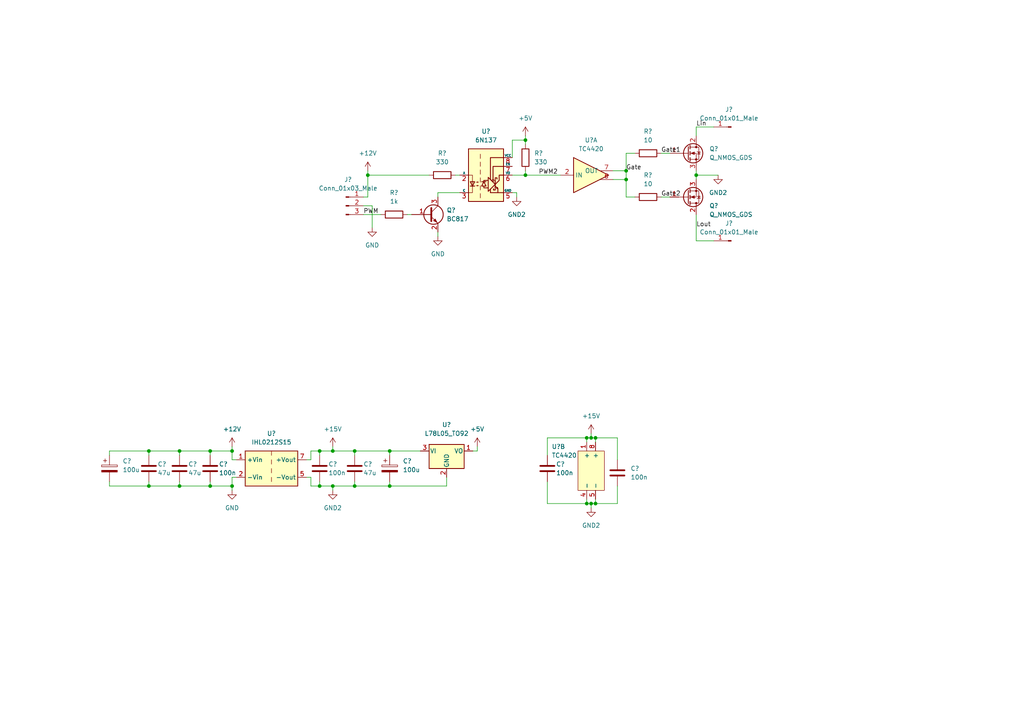
<source format=kicad_sch>
(kicad_sch (version 20211123) (generator eeschema)
  (paper "A4")
  (lib_symbols
    (symbol "Connector:Conn_01x01_Male" (pin_names (offset 1.016) hide)
      (property "Reference" "J" (at 0 2.54 0))
      (property "Value" "Conn_01x01_Male" (at 0 -2.54 0))
      (symbol "Conn_01x01_Male_1_1"
        (polyline (pts (xy 1.27 0) (xy 0.8636 0)) (stroke (width 0.1524)))
        (rectangle (start 0.8636 0.127) (end 0 -0.127) (stroke (width 0.1524)) (fill (type outline)))
        (pin passive line (at 5.08 0 180) (length 3.81) (name "Pin_1") (number "1"))
      )
    )
    (symbol "Connector:Conn_01x03_Male" (pin_names (offset 1.016) hide)
      (property "Reference" "J" (at 0 5.08 0))
      (property "Value" "Conn_01x03_Male" (at 0 -5.08 0))
      (symbol "Conn_01x03_Male_1_1"
        (polyline (pts (xy 1.27 -2.54) (xy 0.8636 -2.54)) (stroke (width 0.1524)))
        (polyline (pts (xy 1.27 0) (xy 0.8636 0)) (stroke (width 0.1524)))
        (polyline (pts (xy 1.27 2.54) (xy 0.8636 2.54)) (stroke (width 0.1524)))
        (rectangle (start 0.8636 -2.413) (end 0 -2.667) (stroke (width 0.1524)) (fill (type outline)))
        (rectangle (start 0.8636 0.127) (end 0 -0.127) (stroke (width 0.1524)) (fill (type outline)))
        (rectangle (start 0.8636 2.667) (end 0 2.413) (stroke (width 0.1524)) (fill (type outline)))
        (pin passive line (at 5.08 2.54 180) (length 3.81) (name "Pin_1") (number "1"))
        (pin passive line (at 5.08 0 180) (length 3.81) (name "Pin_2") (number "2"))
        (pin passive line (at 5.08 -2.54 180) (length 3.81) (name "Pin_3") (number "3"))
      )
    )
    (symbol "Converter_DCDC:IHL0212S15"
      (property "Reference" "U" (at 0 8.89 0))
      (property "Value" "IHL0212S15" (at 0 6.35 0))
      (symbol "IHL0212S15_0_0"
        (pin power_in line (at -10.16 2.54 0) (length 2.54) (name "+Vin") (number "1"))
        (pin power_in line (at -10.16 -2.54 0) (length 2.54) (name "-Vin") (number "2"))
        (pin power_out line (at 10.16 -2.54 180) (length 2.54) (name "-Vout") (number "5"))
        (pin power_out line (at 10.16 2.54 180) (length 2.54) (name "+Vout") (number "7"))
      )
      (symbol "IHL0212S15_0_1"
        (rectangle (start -7.62 5.08) (end 7.62 -5.08) (stroke (width 0.254)) (fill (type background)))
        (polyline (pts (xy 0 -2.54) (xy 0 -3.81)))
        (polyline (pts (xy 0 0) (xy 0 -1.27)))
        (polyline (pts (xy 0 2.54) (xy 0 1.27)))
        (polyline (pts (xy 0 5.08) (xy 0 3.81)))
      )
    )
    (symbol "Device:C" (pin_numbers hide) (pin_names (offset 0.254))
      (property "Reference" "C" (at 0.635 2.54 0))
      (property "Value" "C" (at 0.635 -2.54 0))
      (symbol "C_0_1"
        (polyline (pts (xy -2.032 -0.762) (xy 2.032 -0.762)) (stroke (width 0.508)))
        (polyline (pts (xy -2.032 0.762) (xy 2.032 0.762)) (stroke (width 0.508)))
      )
      (symbol "C_1_1"
        (pin passive line (at 0 3.81 270) (length 2.794) (name "~") (number "1"))
        (pin passive line (at 0 -3.81 90) (length 2.794) (name "~") (number "2"))
      )
    )
    (symbol "Device:C_Polarized" (pin_numbers hide) (pin_names (offset 0.254))
      (property "Reference" "C" (at 0.635 2.54 0))
      (property "Value" "C_Polarized" (at 0.635 -2.54 0))
      (symbol "C_Polarized_0_1"
        (rectangle (start -2.286 0.508) (end 2.286 1.016))
        (polyline (pts (xy -1.778 2.286) (xy -0.762 2.286)))
        (polyline (pts (xy -1.27 2.794) (xy -1.27 1.778)))
        (rectangle (start 2.286 -0.508) (end -2.286 -1.016) (fill (type outline)))
      )
      (symbol "C_Polarized_1_1"
        (pin passive line (at 0 3.81 270) (length 2.794) (name "~") (number "1"))
        (pin passive line (at 0 -3.81 90) (length 2.794) (name "~") (number "2"))
      )
    )
    (symbol "Device:Q_NMOS_GDS" (pin_names (offset 0) hide)
      (property "Reference" "Q" (at 5.08 1.27 0))
      (property "Value" "Q_NMOS_GDS" (at 5.08 -1.27 0))
      (symbol "Q_NMOS_GDS_0_1"
        (polyline (pts (xy 0.254 0) (xy -2.54 0)))
        (polyline (pts (xy 0.254 1.905) (xy 0.254 -1.905)) (stroke (width 0.254)))
        (polyline (pts (xy 0.762 -1.27) (xy 0.762 -2.286)) (stroke (width 0.254)))
        (polyline (pts (xy 0.762 0.508) (xy 0.762 -0.508)) (stroke (width 0.254)))
        (polyline (pts (xy 0.762 2.286) (xy 0.762 1.27)) (stroke (width 0.254)))
        (polyline (pts (xy 2.54 2.54) (xy 2.54 1.778)))
        (polyline (pts (xy 2.54 -2.54) (xy 2.54 0) (xy 0.762 0)))
        (polyline (pts (xy 0.762 -1.778) (xy 3.302 -1.778) (xy 3.302 1.778) (xy 0.762 1.778)))
        (polyline (pts (xy 1.016 0) (xy 2.032 0.381) (xy 2.032 -0.381) (xy 1.016 0)) (fill (type outline)))
        (polyline (pts (xy 2.794 0.508) (xy 2.921 0.381) (xy 3.683 0.381) (xy 3.81 0.254)))
        (polyline (pts (xy 3.302 0.381) (xy 2.921 -0.254) (xy 3.683 -0.254) (xy 3.302 0.381)))
        (circle (center 1.651 0) (radius 2.794) (stroke (width 0.254)))
        (circle (center 2.54 -1.778) (radius 0.254) (fill (type outline)))
        (circle (center 2.54 1.778) (radius 0.254) (fill (type outline)))
      )
      (symbol "Q_NMOS_GDS_1_1"
        (pin input line (at -5.08 0 0) (length 2.54) (name "G") (number "1"))
        (pin passive line (at 2.54 5.08 270) (length 2.54) (name "D") (number "2"))
        (pin passive line (at 2.54 -5.08 90) (length 2.54) (name "S") (number "3"))
      )
    )
    (symbol "Device:R" (pin_numbers hide) (pin_names (offset 0))
      (property "Reference" "R" (at 2.032 0 90))
      (property "Value" "R" (at 0 0 90))
      (symbol "R_0_1"
        (rectangle (start -1.016 -2.54) (end 1.016 2.54) (stroke (width 0.254)))
      )
      (symbol "R_1_1"
        (pin passive line (at 0 3.81 270) (length 1.27) (name "~") (number "1"))
        (pin passive line (at 0 -3.81 90) (length 1.27) (name "~") (number "2"))
      )
    )
    (symbol "Driver_FET:TC4420"
      (property "Reference" "U" (at 0 1.27 0))
      (property "Value" "TC4420" (at 0 -2.54 0))
      (symbol "TC4420_1_0"
        (polyline (pts (xy -2.54 5.08) (xy -2.54 -5.08) (xy 7.62 0) (xy -2.54 5.08)) (stroke (width 0.254)) (fill (type background)))
        (pin input line (at -6.35 0 0) (length 3.81) (name "IN") (number "2"))
        (pin output line (at 8.89 -1.27 180) (length 3.81) (name "~") (number "6"))
        (pin output line (at 8.89 1.27 180) (length 3.81) (name "OUT") (number "7"))
      )
      (symbol "TC4420_2_0"
        (pin power_in line (at -1.27 7.62 270) (length 2.5) (name "+") (number "1"))
        (pin power_in line (at -1.27 -8.89 90) (length 2.5) (name "-") (number "4"))
        (pin power_in line (at 1.27 -8.89 90) (length 2.5) (name "-") (number "5"))
        (pin power_in line (at 1.27 7.62 270) (length 2.5) (name "+") (number "8"))
      )
      (symbol "TC4420_2_1"
        (rectangle (start -3.81 5.08) (end 3.81 -6.35) (fill (type background)))
      )
    )
    (symbol "Isolator:6N137" (pin_names (offset 0))
      (property "Reference" "U" (at -4.064 8.89 0))
      (property "Value" "6N137" (at 0 -8.89 0))
      (symbol "6N137_0_1"
        (polyline (pts (xy 2.667 -3.556) (xy 2.667 -1.651)) (stroke (width 0.254)))
        (polyline (pts (xy 2.667 -2.159) (xy 2.667 -2.921)) (stroke (width 0.254)))
        (polyline (pts (xy 3.429 -3.937) (xy 3.429 -5.08)) (stroke (width 0.254)))
        (polyline (pts (xy -0.635 -3.302) (xy -0.635 -3.683) (xy 0.635 -3.683)) (stroke (width 0.254)))
        (polyline (pts (xy -0.635 -1.905) (xy -0.635 -1.524) (xy 0.508 -1.524)) (stroke (width 0.254)))
        (polyline (pts (xy 1.27 -4.064) (xy 1.27 -5.08) (xy 5.08 -5.08)) (stroke (width 0.254)))
        (polyline (pts (xy 1.27 -1.27) (xy 1.27 5.08) (xy 5.08 5.08)) (stroke (width 0.254)))
        (polyline (pts (xy 2.032 -1.27) (xy 2.032 2.54) (xy 5.08 2.54)) (stroke (width 0.254)))
        (polyline (pts (xy -5.08 -5.08) (xy -3.937 -5.08) (xy -3.937 0) (xy -5.08 0)))
        (polyline (pts (xy 2.667 -3.302) (xy 2.667 -4.318) (xy 2.159 -4.318) (xy 2.159 -3.937)) (stroke (width 0.254)))
        (polyline (pts (xy 2.667 -2.667) (xy 0.635 -4.699) (xy 0.635 -0.635) (xy 2.667 -2.667)) (stroke (width 0.254)))
        (polyline (pts (xy 2.667 -1.778) (xy 2.667 -0.762) (xy 3.175 -0.762) (xy 3.175 -1.143)) (stroke (width 0.254)))
        (polyline (pts (xy 2.794 -2.54) (xy 3.81 -1.524) (xy 3.81 0) (xy 5.08 0)) (stroke (width 0.254)))
        (polyline (pts (xy 2.667 -3.175) (xy 3.429 -3.937) (xy 3.302 -3.556) (xy 3.048 -3.81) (xy 3.429 -3.937)) (stroke (width 0.254)))
        (circle (center 2.032 -1.524) (radius 0.254) (stroke (width 0.254)))
      )
      (symbol "6N137_1_1"
        (rectangle (start -5.08 7.62) (end 5.08 -7.62) (stroke (width 0.254)) (fill (type background)))
        (polyline (pts (xy -4.572 -3.175) (xy -3.302 -3.175)) (stroke (width 0.254)))
        (polyline (pts (xy -1.651 -5.334) (xy -1.651 -6.604)))
        (polyline (pts (xy -1.651 -3.048) (xy -1.651 -4.318)))
        (polyline (pts (xy -1.651 -0.762) (xy -1.651 -2.032)))
        (polyline (pts (xy -1.651 1.524) (xy -1.651 0.254)))
        (polyline (pts (xy -1.651 3.81) (xy -1.651 2.54)))
        (polyline (pts (xy -1.651 6.096) (xy -1.651 4.826)))
        (polyline (pts (xy -1.27 -1.905) (xy 0 -1.905)) (stroke (width 0.254)))
        (polyline (pts (xy -3.937 -3.175) (xy -4.572 -1.905) (xy -3.302 -1.905) (xy -3.937 -3.175)) (stroke (width 0.254)))
        (polyline (pts (xy -0.635 -1.905) (xy -1.27 -3.175) (xy 0 -3.175) (xy -0.635 -1.905)) (stroke (width 0.254)))
        (polyline (pts (xy -2.921 -3.048) (xy -2.159 -3.048) (xy -2.54 -3.175) (xy -2.54 -2.921) (xy -2.159 -3.048)) (stroke (width 0.127)))
        (polyline (pts (xy -2.921 -2.032) (xy -2.159 -2.032) (xy -2.54 -2.159) (xy -2.54 -1.905) (xy -2.159 -2.032)) (stroke (width 0.127)))
        (pin no_connect line (at -5.08 5.08 0) (length 2.54) hide (name "NC") (number "1"))
        (pin passive line (at -7.62 0 0) (length 2.54) (name "A") (number "2"))
        (pin passive line (at -7.62 -5.08 0) (length 2.54) (name "C") (number "3"))
        (pin power_in line (at 7.62 -5.08 180) (length 2.54) (name "GND") (number "5"))
        (pin open_collector line (at 7.62 0 180) (length 2.54) (name "VO") (number "6"))
        (pin input line (at 7.62 2.54 180) (length 2.54) (name "EN") (number "7"))
        (pin power_in line (at 7.62 5.08 180) (length 2.54) (name "VCC") (number "8"))
      )
    )
    (symbol "Regulator_Linear:L78L05_TO92" (pin_names (offset 0.254))
      (property "Reference" "U" (at -3.81 3.175 0))
      (property "Value" "L78L05_TO92" (at 0 3.175 0))
      (symbol "L78L05_TO92_0_1"
        (rectangle (start -5.08 -5.08) (end 5.08 1.905) (stroke (width 0.254)) (fill (type background)))
      )
      (symbol "L78L05_TO92_1_1"
        (pin power_out line (at 7.62 0 180) (length 2.54) (name "VO") (number "1"))
        (pin power_in line (at 0 -7.62 90) (length 2.54) (name "GND") (number "2"))
        (pin power_in line (at -7.62 0 0) (length 2.54) (name "VI") (number "3"))
      )
    )
    (symbol "Transistor_BJT:BC817" (pin_names (offset 0) hide)
      (property "Reference" "Q" (at 5.08 1.905 0))
      (property "Value" "BC817" (at 5.08 0 0))
      (symbol "BC817_0_1"
        (polyline (pts (xy 0.635 0.635) (xy 2.54 2.54)))
        (polyline (pts (xy 0.635 -0.635) (xy 2.54 -2.54) (xy 2.54 -2.54)))
        (polyline (pts (xy 0.635 1.905) (xy 0.635 -1.905) (xy 0.635 -1.905)) (stroke (width 0.508)))
        (polyline (pts (xy 1.27 -1.778) (xy 1.778 -1.27) (xy 2.286 -2.286) (xy 1.27 -1.778) (xy 1.27 -1.778)) (fill (type outline)))
        (circle (center 1.27 0) (radius 2.8194) (stroke (width 0.254)))
      )
      (symbol "BC817_1_1"
        (pin input line (at -5.08 0 0) (length 5.715) (name "B") (number "1"))
        (pin passive line (at 2.54 -5.08 90) (length 2.54) (name "E") (number "2"))
        (pin passive line (at 2.54 5.08 270) (length 2.54) (name "C") (number "3"))
      )
    )
    (symbol "power:+12V" (power) (pin_names (offset 0))
      (property "Value" "+12V" (at 0 3.556 0))
      (symbol "+12V_0_1"
        (polyline (pts (xy -0.762 1.27) (xy 0 2.54)))
        (polyline (pts (xy 0 0) (xy 0 2.54)))
        (polyline (pts (xy 0 2.54) (xy 0.762 1.27)))
      )
      (symbol "+12V_1_1"
        (pin power_in line (at 0 0 90) (length 0) hide (name "+12V") (number "1"))
      )
    )
    (symbol "power:+15V" (power) (pin_names (offset 0))
      (property "Value" "+15V" (at 0 3.556 0))
      (symbol "+15V_0_1"
        (polyline (pts (xy -0.762 1.27) (xy 0 2.54)))
        (polyline (pts (xy 0 0) (xy 0 2.54)))
        (polyline (pts (xy 0 2.54) (xy 0.762 1.27)))
      )
      (symbol "+15V_1_1"
        (pin power_in line (at 0 0 90) (length 0) hide (name "+15V") (number "1"))
      )
    )
    (symbol "power:+5V" (power) (pin_names (offset 0))
      (property "Value" "+5V" (at 0 3.556 0))
      (symbol "+5V_0_1"
        (polyline (pts (xy -0.762 1.27) (xy 0 2.54)))
        (polyline (pts (xy 0 0) (xy 0 2.54)))
        (polyline (pts (xy 0 2.54) (xy 0.762 1.27)))
      )
      (symbol "+5V_1_1"
        (pin power_in line (at 0 0 90) (length 0) hide (name "+5V") (number "1"))
      )
    )
    (symbol "power:GND" (power) (pin_names (offset 0))
      (property "Value" "GND" (at 0 -3.81 0))
      (symbol "GND_0_1"
        (polyline (pts (xy 0 0) (xy 0 -1.27) (xy 1.27 -1.27) (xy 0 -2.54) (xy -1.27 -1.27) (xy 0 -1.27)))
      )
      (symbol "GND_1_1"
        (pin power_in line (at 0 0 270) (length 0) hide (name "GND") (number "1"))
      )
    )
    (symbol "power:GND2" (power) (pin_names (offset 0))
      (property "Value" "GND2" (at 0 -3.81 0))
      (symbol "GND2_0_1"
        (polyline (pts (xy 0 0) (xy 0 -1.27) (xy 1.27 -1.27) (xy 0 -2.54) (xy -1.27 -1.27) (xy 0 -1.27)))
      )
      (symbol "GND2_1_1"
        (pin power_in line (at 0 0 270) (length 0) hide (name "GND2") (number "1"))
      )
    )
  )
  (junction (at 113.03 130.81))
  (junction (at 60.96 140.97))
  (junction (at 171.45 146.05))
  (junction (at 43.18 130.81))
  (junction (at 181.61 52.07))
  (junction (at 152.4 40.64))
  (junction (at 170.18 127))
  (junction (at 113.03 140.97))
  (junction (at 201.93 50.8))
  (junction (at 152.4 50.8))
  (junction (at 52.07 130.81))
  (junction (at 96.52 130.81))
  (junction (at 171.45 127))
  (junction (at 92.71 140.97))
  (junction (at 170.18 146.05))
  (junction (at 172.72 127))
  (junction (at 96.52 140.97))
  (junction (at 102.87 140.97))
  (junction (at 67.31 140.97))
  (junction (at 181.61 49.53))
  (junction (at 172.72 146.05))
  (junction (at 67.31 130.81))
  (junction (at 43.18 140.97))
  (junction (at 102.87 130.81))
  (junction (at 106.68 50.8))
  (junction (at 52.07 140.97))
  (junction (at 92.71 130.81))
  (junction (at 60.96 130.81))
  (wire (pts (xy 102.87 130.81) (xy 102.87 132.08)))
  (wire (pts (xy 181.61 52.07) (xy 181.61 57.15)))
  (wire (pts (xy 171.45 146.05) (xy 172.72 146.05)))
  (wire (pts (xy 105.41 57.15) (xy 106.68 57.15)))
  (wire (pts (xy 52.07 139.7) (xy 52.07 140.97)))
  (wire (pts (xy 31.75 140.97) (xy 43.18 140.97)))
  (wire (pts (xy 207.01 69.85) (xy 201.93 69.85)))
  (wire (pts (xy 102.87 139.7) (xy 102.87 140.97)))
  (wire (pts (xy 171.45 127) (xy 170.18 127)))
  (wire (pts (xy 152.4 40.64) (xy 152.4 41.91)))
  (wire (pts (xy 191.77 57.15) (xy 194.31 57.15)))
  (wire (pts (xy 31.75 130.81) (xy 43.18 130.81)))
  (wire (pts (xy 158.75 139.7) (xy 158.75 146.05)))
  (wire (pts (xy 138.43 130.81) (xy 138.43 129.54)))
  (wire (pts (xy 67.31 129.54) (xy 67.31 130.81)))
  (wire (pts (xy 60.96 140.97) (xy 67.31 140.97)))
  (wire (pts (xy 106.68 49.53) (xy 106.68 50.8)))
  (wire (pts (xy 92.71 140.97) (xy 96.52 140.97)))
  (wire (pts (xy 201.93 49.53) (xy 201.93 50.8)))
  (wire (pts (xy 181.61 49.53) (xy 181.61 52.07)))
  (wire (pts (xy 67.31 138.43) (xy 68.58 138.43)))
  (wire (pts (xy 96.52 129.54) (xy 96.52 130.81)))
  (wire (pts (xy 90.17 138.43) (xy 90.17 140.97)))
  (wire (pts (xy 172.72 146.05) (xy 172.72 144.78)))
  (wire (pts (xy 170.18 146.05) (xy 170.18 144.78)))
  (wire (pts (xy 107.95 59.69) (xy 105.41 59.69)))
  (wire (pts (xy 90.17 140.97) (xy 92.71 140.97)))
  (wire (pts (xy 158.75 127) (xy 158.75 132.08)))
  (wire (pts (xy 172.72 127) (xy 172.72 128.27)))
  (wire (pts (xy 201.93 36.83) (xy 207.01 36.83)))
  (wire (pts (xy 96.52 130.81) (xy 102.87 130.81)))
  (wire (pts (xy 170.18 127) (xy 158.75 127)))
  (wire (pts (xy 43.18 130.81) (xy 52.07 130.81)))
  (wire (pts (xy 177.8 52.07) (xy 181.61 52.07)))
  (wire (pts (xy 201.93 50.8) (xy 208.28 50.8)))
  (wire (pts (xy 148.59 50.8) (xy 152.4 50.8)))
  (wire (pts (xy 102.87 140.97) (xy 113.03 140.97)))
  (wire (pts (xy 102.87 130.81) (xy 113.03 130.81)))
  (wire (pts (xy 113.03 139.7) (xy 113.03 140.97)))
  (wire (pts (xy 67.31 142.24) (xy 67.31 140.97)))
  (wire (pts (xy 113.03 140.97) (xy 129.54 140.97)))
  (wire (pts (xy 194.31 44.45) (xy 191.77 44.45)))
  (wire (pts (xy 152.4 50.8) (xy 162.56 50.8)))
  (wire (pts (xy 96.52 140.97) (xy 96.52 142.24)))
  (wire (pts (xy 127 55.88) (xy 133.35 55.88)))
  (wire (pts (xy 171.45 125.73) (xy 171.45 127)))
  (wire (pts (xy 148.59 55.88) (xy 149.86 55.88)))
  (wire (pts (xy 52.07 140.97) (xy 60.96 140.97)))
  (wire (pts (xy 177.8 49.53) (xy 181.61 49.53)))
  (wire (pts (xy 31.75 132.08) (xy 31.75 130.81)))
  (wire (pts (xy 60.96 140.97) (xy 60.96 139.7)))
  (wire (pts (xy 179.07 127) (xy 172.72 127)))
  (wire (pts (xy 92.71 130.81) (xy 96.52 130.81)))
  (wire (pts (xy 184.15 44.45) (xy 181.61 44.45)))
  (wire (pts (xy 172.72 127) (xy 171.45 127)))
  (wire (pts (xy 148.59 40.64) (xy 152.4 40.64)))
  (wire (pts (xy 181.61 44.45) (xy 181.61 49.53)))
  (wire (pts (xy 127 67.31) (xy 127 68.58)))
  (wire (pts (xy 60.96 132.08) (xy 60.96 130.81)))
  (wire (pts (xy 148.59 45.72) (xy 148.59 40.64)))
  (wire (pts (xy 172.72 146.05) (xy 179.07 146.05)))
  (wire (pts (xy 43.18 140.97) (xy 43.18 139.7)))
  (wire (pts (xy 92.71 139.7) (xy 92.71 140.97)))
  (wire (pts (xy 60.96 130.81) (xy 67.31 130.81)))
  (wire (pts (xy 129.54 140.97) (xy 129.54 138.43)))
  (wire (pts (xy 179.07 146.05) (xy 179.07 140.97)))
  (wire (pts (xy 107.95 59.69) (xy 107.95 66.04)))
  (wire (pts (xy 113.03 130.81) (xy 121.92 130.81)))
  (wire (pts (xy 31.75 139.7) (xy 31.75 140.97)))
  (wire (pts (xy 149.86 55.88) (xy 149.86 57.15)))
  (wire (pts (xy 152.4 39.37) (xy 152.4 40.64)))
  (wire (pts (xy 67.31 130.81) (xy 67.31 133.35)))
  (wire (pts (xy 118.11 62.23) (xy 119.38 62.23)))
  (wire (pts (xy 106.68 50.8) (xy 124.46 50.8)))
  (wire (pts (xy 96.52 140.97) (xy 102.87 140.97)))
  (wire (pts (xy 92.71 130.81) (xy 92.71 132.08)))
  (wire (pts (xy 127 55.88) (xy 127 57.15)))
  (wire (pts (xy 170.18 127) (xy 170.18 128.27)))
  (wire (pts (xy 52.07 130.81) (xy 60.96 130.81)))
  (wire (pts (xy 90.17 130.81) (xy 92.71 130.81)))
  (wire (pts (xy 105.41 62.23) (xy 110.49 62.23)))
  (wire (pts (xy 67.31 138.43) (xy 67.31 140.97)))
  (wire (pts (xy 201.93 36.83) (xy 201.93 39.37)))
  (wire (pts (xy 170.18 146.05) (xy 171.45 146.05)))
  (wire (pts (xy 88.9 138.43) (xy 90.17 138.43)))
  (wire (pts (xy 88.9 133.35) (xy 90.17 133.35)))
  (wire (pts (xy 152.4 50.8) (xy 152.4 49.53)))
  (wire (pts (xy 67.31 133.35) (xy 68.58 133.35)))
  (wire (pts (xy 52.07 132.08) (xy 52.07 130.81)))
  (wire (pts (xy 132.08 50.8) (xy 133.35 50.8)))
  (wire (pts (xy 52.07 140.97) (xy 43.18 140.97)))
  (wire (pts (xy 137.16 130.81) (xy 138.43 130.81)))
  (wire (pts (xy 171.45 146.05) (xy 171.45 147.32)))
  (wire (pts (xy 113.03 130.81) (xy 113.03 132.08)))
  (wire (pts (xy 106.68 50.8) (xy 106.68 57.15)))
  (wire (pts (xy 90.17 133.35) (xy 90.17 130.81)))
  (wire (pts (xy 179.07 133.35) (xy 179.07 127)))
  (wire (pts (xy 181.61 57.15) (xy 184.15 57.15)))
  (wire (pts (xy 201.93 62.23) (xy 201.93 69.85)))
  (wire (pts (xy 43.18 130.81) (xy 43.18 132.08)))
  (wire (pts (xy 158.75 146.05) (xy 170.18 146.05)))
  (wire (pts (xy 201.93 50.8) (xy 201.93 52.07)))
  (label "PWM2" (at 156.21 50.8 0))
  (label "PWM" (at 105.41 62.23 0))
  (label "Lin" (at 201.93 36.83 0))
  (label "Gate" (at 181.61 49.53 0))
  (label "Gate1" (at 191.77 44.45 0))
  (label "Gate2" (at 191.77 57.15 0))
  (label "Lout" (at 201.93 66.04 0))
  (symbol (lib_id "Device:R") (at 114.3 62.23 90) (unit 1)
    (property "Reference" "R?" (at 114.3 55.88 90))
    (property "Value" "1k" (at 114.3 58.42 90))
    (property "Footprint" "Resistor_SMD:R_1206_3216Metric_Pad1.30x1.75mm_HandSolder" (effects hide))
  )
  (symbol (lib_id "Device:R") (at 187.96 57.15 90) (unit 1)
    (property "Reference" "R?" (at 187.96 50.8 90))
    (property "Value" "10" (at 187.96 53.34 90))
    (property "Footprint" "Resistor_SMD:R_1206_3216Metric_Pad1.30x1.75mm_HandSolder" (effects hide))
  )
  (symbol (lib_id "Device:R") (at 187.96 44.45 90) (unit 1)
    (property "Reference" "R?" (at 187.96 38.1 90))
    (property "Value" "10" (at 187.96 40.64 90))
    (property "Footprint" "Resistor_SMD:R_1206_3216Metric_Pad1.30x1.75mm_HandSolder" (effects hide))
  )
  (symbol (lib_id "Isolator:6N137") (at 140.97 50.8 0) (unit 1)
    (property "Reference" "U?" (at 140.97 38.1 0))
    (property "Value" "6N137" (at 140.97 40.64 0))
    (property "Footprint" "Package_DIP:DIP-8_W7.62mm_LongPads" (effects hide))
    (property "Datasheet" "https://docs.broadcom.com/docs/AV02-0940EN" (effects hide))
  )
  (symbol (lib_id "Device:R") (at 128.27 50.8 90) (unit 1)
    (property "Reference" "R?" (at 128.27 44.45 90))
    (property "Value" "330" (at 128.27 46.99 90))
    (property "Footprint" "Resistor_THT:R_Axial_DIN0207_L6.3mm_D2.5mm_P7.62mm_Horizontal" (effects hide))
  )
  (symbol (lib_id "Device:R") (at 152.4 45.72 0) (unit 1)
    (property "Reference" "R?" (at 154.94 44.4499 0) (effects (justify left)))
    (property "Value" "330" (at 154.94 46.9899 0) (effects (justify left)))
    (property "Footprint" "Resistor_SMD:R_1206_3216Metric_Pad1.30x1.75mm_HandSolder" (effects hide))
  )
  (symbol (lib_id "Driver_FET:TC4420") (at 168.91 50.8 0) (unit 1)
    (property "Reference" "U?" (at 171.45 40.64 0))
    (property "Value" "TC4420" (at 171.45 43.18 0))
    (property "Footprint" "Package_DIP:DIP-8_W7.62mm_LongPads" (effects hide))
  )
  (symbol (lib_id "Regulator_Linear:L78L05_TO92") (at 129.54 130.81 0) (unit 1)
    (property "Reference" "U?" (at 129.54 123.19 0))
    (property "Value" "L78L05_TO92" (at 129.54 125.73 0))
    (property "Footprint" "Package_TO_SOT_THT:TO-92_Inline_Wide" (effects hide))
    (property "Datasheet" "http://www.st.com/content/ccc/resource/technical/document/datasheet/15/55/e5/aa/23/5b/43/fd/CD00000446.pdf/files/CD00000446.pdf/jcr:content/translations/en.CD00000446.pdf" (effects hide))
  )
  (symbol (lib_id "power:+5V") (at 138.43 129.54 0) (unit 1)
    (property "Reference" "#PWR?" (effects hide))
    (property "Value" "+5V" (at 138.43 124.46 0))
  )
  (symbol (lib_id "Driver_FET:TC4420") (at 171.45 135.89 0) (unit 2)
    (property "Reference" "U?" (at 160.02 129.54 0) (effects (justify left)))
    (property "Value" "TC4420" (at 160.02 132.08 0) (effects (justify left)))
    (property "Footprint" "Package_DIP:DIP-8_W7.62mm_LongPads" (effects hide))
  )
  (symbol (lib_id "Device:C") (at 102.87 135.89 0) (unit 1)
    (property "Reference" "C?" (at 105.41 134.62 0) (effects (justify left)))
    (property "Value" "47u" (at 105.41 137.16 0) (effects (justify left)))
    (property "Footprint" "Capacitor_SMD:C_1206_3216Metric_Pad1.33x1.80mm_HandSolder" (effects hide))
  )
  (symbol (lib_id "power:GND2") (at 96.52 142.24 0) (unit 1)
    (property "Reference" "#PWR?" (effects hide))
    (property "Value" "GND2" (at 96.52 147.32 0))
  )
  (symbol (lib_id "Device:C") (at 60.96 135.89 0) (unit 1)
    (property "Reference" "C?" (at 63.5 134.62 0) (effects (justify left)))
    (property "Value" "100n" (at 63.5 137.16 0) (effects (justify left)))
    (property "Footprint" "Capacitor_SMD:C_0603_1608Metric_Pad1.08x0.95mm_HandSolder" (effects hide))
  )
  (symbol (lib_id "Device:C") (at 158.75 135.89 0) (unit 1)
    (property "Reference" "C?" (at 161.29 134.62 0) (effects (justify left)))
    (property "Value" "100n" (at 161.29 137.16 0) (effects (justify left)))
  )
  (symbol (lib_id "Device:C") (at 179.07 137.16 0) (unit 1)
    (property "Reference" "C?" (at 182.88 135.8899 0) (effects (justify left)))
    (property "Value" "100n" (at 182.88 138.4299 0) (effects (justify left)))
  )
  (symbol (lib_id "Connector:Conn_01x01_Male") (at 212.09 36.83 180) (unit 1)
    (property "Reference" "J?" (at 211.455 31.75 0))
    (property "Value" "Conn_01x01_Male" (at 211.455 34.29 0))
    (property "Footprint" "TerminalBlock:Spade-Terminal" (effects hide))
  )
  (symbol (lib_id "power:GND") (at 127 68.58 0) (unit 1)
    (property "Reference" "#PWR?" (effects hide))
    (property "Value" "GND" (at 127 73.66 0))
  )
  (symbol (lib_id "Converter_DCDC:IHL0212S15") (at 78.74 135.89 0) (unit 1)
    (property "Reference" "U?" (at 78.74 125.73 0))
    (property "Value" "IHL0212S15" (at 78.74 128.27 0))
    (property "Footprint" "Converter_DCDC:IHL-Series" (effects hide))
  )
  (symbol (lib_id "Device:Q_NMOS_GDS") (at 199.39 57.15 0) (mirror x) (unit 1)
    (property "Reference" "Q?" (at 205.74 59.69 0) (effects (justify left)))
    (property "Value" "Q_NMOS_GDS" (at 205.74 62.23 0) (effects (justify left)))
    (property "Footprint" "Package_TO_SOT_THT:TO-220F-3_Vertical" (effects hide))
  )
  (symbol (lib_id "power:+5V") (at 152.4 39.37 0) (unit 1)
    (property "Reference" "#PWR?" (effects hide))
    (property "Value" "+5V" (at 152.4 34.29 0))
  )
  (symbol (lib_id "Device:C") (at 43.18 135.89 0) (unit 1)
    (property "Reference" "C?" (at 45.72 134.62 0) (effects (justify left)))
    (property "Value" "47u" (at 45.72 137.16 0) (effects (justify left)))
    (property "Footprint" "Capacitor_SMD:C_1206_3216Metric_Pad1.33x1.80mm_HandSolder" (effects hide))
  )
  (symbol (lib_id "Device:C_Polarized") (at 113.03 135.89 0) (unit 1)
    (property "Reference" "C?" (at 116.84 133.7309 0) (effects (justify left)))
    (property "Value" "100u" (at 116.84 136.2709 0) (effects (justify left)))
    (property "Footprint" "Capacitor_THT:CP_Radial_D10.0mm_P5.00mm" (effects hide))
  )
  (symbol (lib_id "power:+12V") (at 106.68 49.53 0) (unit 1)
    (property "Reference" "#PWR?" (effects hide))
    (property "Value" "+12V" (at 106.68 44.45 0))
  )
  (symbol (lib_id "power:GND") (at 67.31 142.24 0) (unit 1)
    (property "Reference" "#PWR?" (effects hide))
    (property "Value" "GND" (at 67.31 147.32 0))
  )
  (symbol (lib_id "power:GND2") (at 171.45 147.32 0) (unit 1)
    (property "Reference" "#PWR?" (effects hide))
    (property "Value" "GND2" (at 171.45 152.4 0))
  )
  (symbol (lib_id "power:GND2") (at 208.28 50.8 0) (unit 1)
    (property "Reference" "#PWR?" (effects hide))
    (property "Value" "GND2" (at 208.28 55.88 0))
  )
  (symbol (lib_id "Transistor_BJT:BC817") (at 124.46 62.23 0) (unit 1)
    (property "Reference" "Q?" (at 129.54 60.9599 0) (effects (justify left)))
    (property "Value" "BC817" (at 129.54 63.4999 0) (effects (justify left)))
    (property "Footprint" "Package_TO_SOT_SMD:SOT-23" (effects hide))
    (property "Datasheet" "https://www.onsemi.com/pub/Collateral/BC818-D.pdf" (effects hide))
  )
  (symbol (lib_id "power:GND2") (at 149.86 57.15 0) (unit 1)
    (property "Reference" "#PWR?" (effects hide))
    (property "Value" "GND2" (at 149.86 62.23 0))
  )
  (symbol (lib_id "Connector:Conn_01x01_Male") (at 212.09 69.85 180) (unit 1)
    (property "Reference" "J?" (at 211.455 64.77 0))
    (property "Value" "Conn_01x01_Male" (at 211.455 67.31 0))
    (property "Footprint" "TerminalBlock:Spade-Terminal" (effects hide))
  )
  (symbol (lib_id "power:+15V") (at 96.52 129.54 0) (unit 1)
    (property "Reference" "#PWR?" (effects hide))
    (property "Value" "+15V" (at 96.52 124.46 0))
  )
  (symbol (lib_id "Device:C") (at 52.07 135.89 0) (unit 1)
    (property "Reference" "C?" (at 54.61 134.62 0) (effects (justify left)))
    (property "Value" "47u" (at 54.61 137.16 0) (effects (justify left)))
    (property "Footprint" "Capacitor_SMD:C_1206_3216Metric_Pad1.33x1.80mm_HandSolder" (effects hide))
  )
  (symbol (lib_id "Device:C_Polarized") (at 31.75 135.89 0) (unit 1)
    (property "Reference" "C?" (at 35.56 133.7309 0) (effects (justify left)))
    (property "Value" "100u" (at 35.56 136.2709 0) (effects (justify left)))
    (property "Footprint" "Capacitor_THT:CP_Radial_D10.0mm_P5.00mm" (effects hide))
  )
  (symbol (lib_id "Connector:Conn_01x03_Male") (at 100.33 59.69 0) (unit 1)
    (property "Reference" "J?" (at 100.965 52.07 0))
    (property "Value" "Conn_01x03_Male" (at 100.965 54.61 0))
    (property "Footprint" "Connector_PinHeader_2.54mm:PinHeader_1x03_P2.54mm_Vertical" (effects hide))
  )
  (symbol (lib_id "power:+15V") (at 171.45 125.73 0) (unit 1)
    (property "Reference" "#PWR?" (effects hide))
    (property "Value" "+15V" (at 171.45 120.65 0))
  )
  (symbol (lib_id "Device:Q_NMOS_GDS") (at 199.39 44.45 0) (unit 1)
    (property "Reference" "Q?" (at 205.74 43.1799 0) (effects (justify left)))
    (property "Value" "Q_NMOS_GDS" (at 205.74 45.7199 0) (effects (justify left)))
    (property "Footprint" "Package_TO_SOT_THT:TO-220F-3_Vertical" (effects hide))
  )
  (symbol (lib_id "power:+12V") (at 67.31 129.54 0) (unit 1)
    (property "Reference" "#PWR?" (effects hide))
    (property "Value" "+12V" (at 67.31 124.46 0))
  )
  (symbol (lib_id "Device:C") (at 92.71 135.89 0) (unit 1)
    (property "Reference" "C?" (at 95.25 134.62 0) (effects (justify left)))
    (property "Value" "100n" (at 95.25 137.16 0) (effects (justify left)))
    (property "Footprint" "Capacitor_SMD:C_0603_1608Metric_Pad1.08x0.95mm_HandSolder" (effects hide))
  )
  (symbol (lib_id "power:GND") (at 107.95 66.04 0) (unit 1)
    (property "Reference" "#PWR?" (effects hide))
    (property "Value" "GND" (at 107.95 71.12 0))
  )
)
</source>
